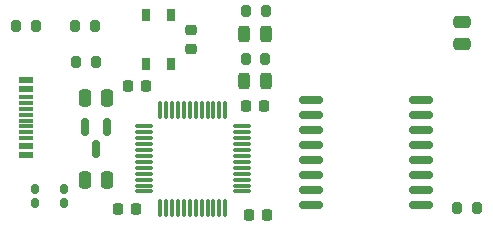
<source format=gbr>
%TF.GenerationSoftware,KiCad,Pcbnew,7.0.0-da2b9df05c~171~ubuntu22.04.1*%
%TF.CreationDate,2023-03-05T16:33:24-08:00*%
%TF.ProjectId,UsbCanAdapter,55736243-616e-4416-9461-707465722e6b,rev?*%
%TF.SameCoordinates,Original*%
%TF.FileFunction,Paste,Top*%
%TF.FilePolarity,Positive*%
%FSLAX46Y46*%
G04 Gerber Fmt 4.6, Leading zero omitted, Abs format (unit mm)*
G04 Created by KiCad (PCBNEW 7.0.0-da2b9df05c~171~ubuntu22.04.1) date 2023-03-05 16:33:24*
%MOMM*%
%LPD*%
G01*
G04 APERTURE LIST*
G04 Aperture macros list*
%AMRoundRect*
0 Rectangle with rounded corners*
0 $1 Rounding radius*
0 $2 $3 $4 $5 $6 $7 $8 $9 X,Y pos of 4 corners*
0 Add a 4 corners polygon primitive as box body*
4,1,4,$2,$3,$4,$5,$6,$7,$8,$9,$2,$3,0*
0 Add four circle primitives for the rounded corners*
1,1,$1+$1,$2,$3*
1,1,$1+$1,$4,$5*
1,1,$1+$1,$6,$7*
1,1,$1+$1,$8,$9*
0 Add four rect primitives between the rounded corners*
20,1,$1+$1,$2,$3,$4,$5,0*
20,1,$1+$1,$4,$5,$6,$7,0*
20,1,$1+$1,$6,$7,$8,$9,0*
20,1,$1+$1,$8,$9,$2,$3,0*%
G04 Aperture macros list end*
%ADD10RoundRect,0.200000X-0.200000X-0.275000X0.200000X-0.275000X0.200000X0.275000X-0.200000X0.275000X0*%
%ADD11RoundRect,0.160000X-0.160000X0.222500X-0.160000X-0.222500X0.160000X-0.222500X0.160000X0.222500X0*%
%ADD12RoundRect,0.150000X-0.150000X0.587500X-0.150000X-0.587500X0.150000X-0.587500X0.150000X0.587500X0*%
%ADD13RoundRect,0.150000X-0.875000X-0.150000X0.875000X-0.150000X0.875000X0.150000X-0.875000X0.150000X0*%
%ADD14RoundRect,0.075000X-0.075000X0.662500X-0.075000X-0.662500X0.075000X-0.662500X0.075000X0.662500X0*%
%ADD15RoundRect,0.075000X-0.662500X0.075000X-0.662500X-0.075000X0.662500X-0.075000X0.662500X0.075000X0*%
%ADD16R,0.650000X1.050000*%
%ADD17RoundRect,0.200000X0.200000X0.275000X-0.200000X0.275000X-0.200000X-0.275000X0.200000X-0.275000X0*%
%ADD18R,1.150000X0.600000*%
%ADD19R,1.150000X0.300000*%
%ADD20RoundRect,0.243750X-0.243750X-0.456250X0.243750X-0.456250X0.243750X0.456250X-0.243750X0.456250X0*%
%ADD21RoundRect,0.250000X-0.250000X-0.475000X0.250000X-0.475000X0.250000X0.475000X-0.250000X0.475000X0*%
%ADD22RoundRect,0.250000X0.475000X-0.250000X0.475000X0.250000X-0.475000X0.250000X-0.475000X-0.250000X0*%
%ADD23RoundRect,0.225000X-0.225000X-0.250000X0.225000X-0.250000X0.225000X0.250000X-0.225000X0.250000X0*%
%ADD24RoundRect,0.225000X0.225000X0.250000X-0.225000X0.250000X-0.225000X-0.250000X0.225000X-0.250000X0*%
%ADD25RoundRect,0.225000X0.250000X-0.225000X0.250000X0.225000X-0.250000X0.225000X-0.250000X-0.225000X0*%
G04 APERTURE END LIST*
D10*
%TO.C,RV1*%
X167000000Y-68040000D03*
X168650000Y-68040000D03*
%TD*%
D11*
%TO.C,D4*%
X168600000Y-81827500D03*
X168600000Y-82972500D03*
%TD*%
%TO.C,D3*%
X171007500Y-81837500D03*
X171007500Y-82982500D03*
%TD*%
D12*
%TO.C,U3*%
X174680000Y-76542500D03*
X172780000Y-76542500D03*
X173730000Y-78417500D03*
%TD*%
D13*
%TO.C,U2*%
X191940000Y-74305000D03*
X191940000Y-75575000D03*
X191940000Y-76845000D03*
X191940000Y-78115000D03*
X191940000Y-79385000D03*
X191940000Y-80655000D03*
X191940000Y-81925000D03*
X191940000Y-83195000D03*
X201240000Y-83195000D03*
X201240000Y-81925000D03*
X201240000Y-80655000D03*
X201240000Y-79385000D03*
X201240000Y-78115000D03*
X201240000Y-76845000D03*
X201240000Y-75575000D03*
X201240000Y-74305000D03*
%TD*%
D14*
%TO.C,U1*%
X184680000Y-75103750D03*
X184180000Y-75103750D03*
X183680000Y-75103750D03*
X183180000Y-75103750D03*
X182680000Y-75103750D03*
X182180000Y-75103750D03*
X181680000Y-75103750D03*
X181180000Y-75103750D03*
X180680000Y-75103750D03*
X180180000Y-75103750D03*
X179680000Y-75103750D03*
X179180000Y-75103750D03*
D15*
X177767500Y-76516250D03*
X177767500Y-77016250D03*
X177767500Y-77516250D03*
X177767500Y-78016250D03*
X177767500Y-78516250D03*
X177767500Y-79016250D03*
X177767500Y-79516250D03*
X177767500Y-80016250D03*
X177767500Y-80516250D03*
X177767500Y-81016250D03*
X177767500Y-81516250D03*
X177767500Y-82016250D03*
D14*
X179180000Y-83428750D03*
X179680000Y-83428750D03*
X180180000Y-83428750D03*
X180680000Y-83428750D03*
X181180000Y-83428750D03*
X181680000Y-83428750D03*
X182180000Y-83428750D03*
X182680000Y-83428750D03*
X183180000Y-83428750D03*
X183680000Y-83428750D03*
X184180000Y-83428750D03*
X184680000Y-83428750D03*
D15*
X186092500Y-82016250D03*
X186092500Y-81516250D03*
X186092500Y-81016250D03*
X186092500Y-80516250D03*
X186092500Y-80016250D03*
X186092500Y-79516250D03*
X186092500Y-79016250D03*
X186092500Y-78516250D03*
X186092500Y-78016250D03*
X186092500Y-77516250D03*
X186092500Y-77016250D03*
X186092500Y-76516250D03*
%TD*%
D16*
%TO.C,SW1*%
X180104999Y-67054999D03*
X180104999Y-71204999D03*
X177954999Y-71204999D03*
X177954999Y-67054999D03*
%TD*%
D17*
%TO.C,R5*%
X188060000Y-70760000D03*
X186410000Y-70760000D03*
%TD*%
%TO.C,R4*%
X186475000Y-66730000D03*
X188125000Y-66730000D03*
%TD*%
D10*
%TO.C,R3*%
X204305000Y-83410000D03*
X205955000Y-83410000D03*
%TD*%
%TO.C,R2*%
X171995000Y-67980000D03*
X173645000Y-67980000D03*
%TD*%
%TO.C,R1*%
X172055000Y-71050000D03*
X173705000Y-71050000D03*
%TD*%
D18*
%TO.C,J2*%
X167789999Y-72559999D03*
X167789999Y-73359999D03*
D19*
X167789999Y-74009999D03*
X167789999Y-75009999D03*
X167789999Y-76509999D03*
X167789999Y-77509999D03*
D18*
X167789999Y-78159999D03*
X167789999Y-78959999D03*
X167789999Y-78959999D03*
X167789999Y-78159999D03*
D19*
X167789999Y-77009999D03*
X167789999Y-76009999D03*
X167789999Y-75509999D03*
X167789999Y-74509999D03*
D18*
X167789999Y-73359999D03*
X167789999Y-72559999D03*
%TD*%
D20*
%TO.C,D2*%
X186287500Y-72660000D03*
X188162500Y-72660000D03*
%TD*%
%TO.C,D1*%
X186290000Y-68680000D03*
X188165000Y-68680000D03*
%TD*%
D21*
%TO.C,C8*%
X172770000Y-81050000D03*
X174670000Y-81050000D03*
%TD*%
D22*
%TO.C,C7*%
X204750000Y-69530000D03*
X204750000Y-67630000D03*
%TD*%
D21*
%TO.C,C6*%
X172800000Y-74120000D03*
X174700000Y-74120000D03*
%TD*%
D23*
%TO.C,C5*%
X186395000Y-74740000D03*
X187945000Y-74740000D03*
%TD*%
D24*
%TO.C,C4*%
X176425000Y-73090000D03*
X177975000Y-73090000D03*
%TD*%
%TO.C,C3*%
X177125000Y-83490000D03*
X175575000Y-83490000D03*
%TD*%
D23*
%TO.C,C2*%
X186655000Y-84010000D03*
X188205000Y-84010000D03*
%TD*%
D25*
%TO.C,C1*%
X181750000Y-69915000D03*
X181750000Y-68365000D03*
%TD*%
M02*

</source>
